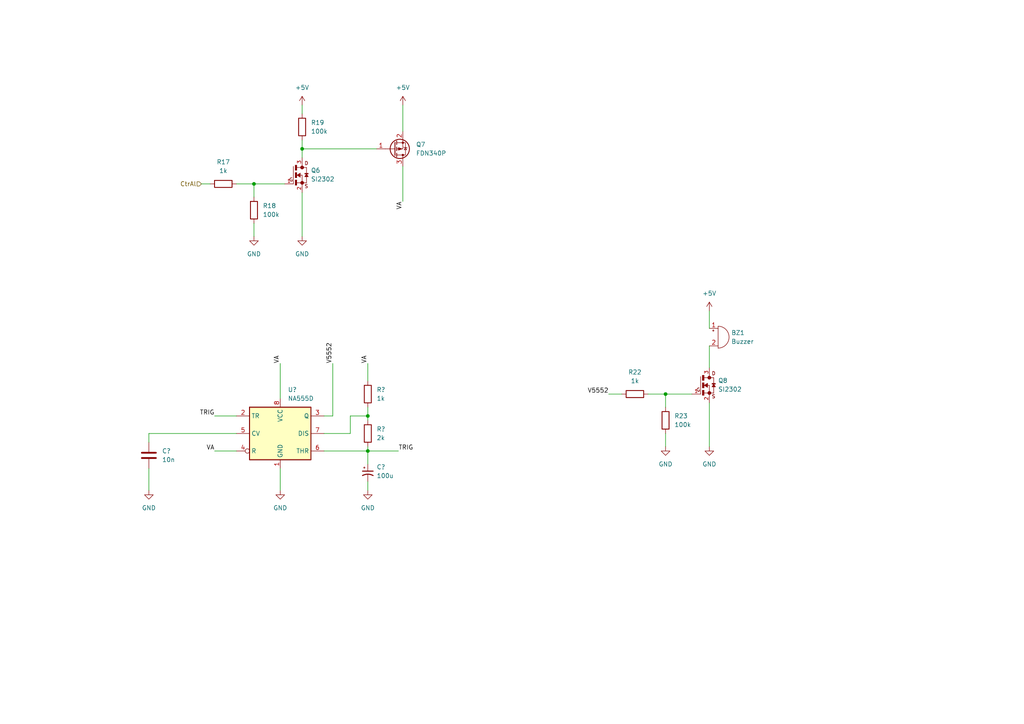
<source format=kicad_sch>
(kicad_sch (version 20230121) (generator eeschema)
  (paper "A4")
  (lib_symbols
    (symbol "Device:Buzzer" (pin_names (offset 0.0254) hide)
      (property "Reference" "BZ" (at 3.81 1.27 0))
      (property "Value" "Buzzer" (at 3.81 -1.27 0))
      (symbol "Buzzer_0_1"
        (arc (start 0 -3.175) (mid 3.1612 0) (end 0 3.175))
        (polyline (pts (xy -1.651 1.905) (xy -1.143 1.905)))
        (polyline (pts (xy -1.397 2.159) (xy -1.397 1.651)))
        (polyline (pts (xy 0 3.175) (xy 0 -3.175)))
      )
      (symbol "Buzzer_1_1"
        (pin passive line (at -2.54 2.54 0) (length 2.54) (name "-") (number "1"))
        (pin passive line (at -2.54 -2.54 0) (length 2.54) (name "+") (number "2"))
      )
    )
    (symbol "Device:C" (pin_numbers hide) (pin_names (offset 0.254))
      (property "Reference" "C" (at 0.635 2.54 0))
      (property "Value" "C" (at 0.635 -2.54 0))
      (symbol "C_0_1"
        (polyline (pts (xy -2.032 -0.762) (xy 2.032 -0.762)) (stroke (width 0.508)))
        (polyline (pts (xy -2.032 0.762) (xy 2.032 0.762)) (stroke (width 0.508)))
      )
      (symbol "C_1_1"
        (pin passive line (at 0 3.81 270) (length 2.794) (name "~") (number "1"))
        (pin passive line (at 0 -3.81 90) (length 2.794) (name "~") (number "2"))
      )
    )
    (symbol "Device:C_Polarized_Small_US" (pin_numbers hide) (pin_names (offset 0.254) hide)
      (property "Reference" "C" (at 0.254 1.778 0))
      (property "Value" "C_Polarized_Small_US" (at 0.254 -2.032 0))
      (symbol "C_Polarized_Small_US_0_1"
        (polyline (pts (xy -1.524 0.508) (xy 1.524 0.508)) (stroke (width 0.3048)))
        (polyline (pts (xy -1.27 1.524) (xy -0.762 1.524)))
        (polyline (pts (xy -1.016 1.27) (xy -1.016 1.778)))
        (arc (start 1.524 -0.762) (mid 0 -0.3734) (end -1.524 -0.762) (stroke (width 0.3048)))
      )
      (symbol "C_Polarized_Small_US_1_1"
        (pin passive line (at 0 2.54 270) (length 2.032) (name "~") (number "1"))
        (pin passive line (at 0 -2.54 90) (length 2.032) (name "~") (number "2"))
      )
    )
    (symbol "Device:R" (pin_numbers hide) (pin_names (offset 0))
      (property "Reference" "R" (at 2.032 0 90))
      (property "Value" "R" (at 0 0 90))
      (symbol "R_0_1"
        (rectangle (start -1.016 -2.54) (end 1.016 2.54) (stroke (width 0.254)))
      )
      (symbol "R_1_1"
        (pin passive line (at 0 3.81 270) (length 1.27) (name "~") (number "1"))
        (pin passive line (at 0 -3.81 90) (length 1.27) (name "~") (number "2"))
      )
    )
    (symbol "SI2302:SI2302" (pin_names (offset 1.016))
      (property "Reference" "Q" (at 2.5417 0 0))
      (property "Value" "SI2302" (at 2.5438 -2.5438 0))
      (symbol "SI2302_0_0"
        (rectangle (start -2.035 1.399) (end -1.524 2.921) (stroke (width 0.1)) (fill (type outline)))
        (rectangle (start -2.0335 -2.9232) (end -1.524 -1.397) (stroke (width 0.1)) (fill (type outline)))
        (rectangle (start -2.0336 -0.7626) (end -1.524 0.762) (stroke (width 0.1)) (fill (type outline)))
        (circle (center 0 -2.2225) (radius 0.127) (stroke (width 0.4064)))
        (polyline (pts (xy -2.54 -2.54) (xy -2.54 2.54)) (stroke (width 0.1524)))
        (polyline (pts (xy -1.5875 -2.2225) (xy 0 -2.2225)) (stroke (width 0.1524)))
        (polyline (pts (xy -1.5875 2.2225) (xy 0 2.2225)) (stroke (width 0.1524)))
        (polyline (pts (xy -0.508 0) (xy 0 0)) (stroke (width 0.1524)))
        (polyline (pts (xy 0 -2.2225) (xy 0 -2.54)) (stroke (width 0.1524)))
        (polyline (pts (xy 0 0) (xy 0 -2.2225)) (stroke (width 0.1524)))
        (polyline (pts (xy 0 2.2225) (xy 1.27 2.2225)) (stroke (width 0.1524)))
        (polyline (pts (xy 0 2.54) (xy 0 2.2225)) (stroke (width 0.1524)))
        (polyline (pts (xy 1.27 -2.2225) (xy 0 -2.2225)) (stroke (width 0.1524)))
        (polyline (pts (xy 1.27 2.2225) (xy 1.27 -2.2225)) (stroke (width 0.1524)))
        (polyline (pts (xy -1.524 0) (xy -0.508 0.635) (xy -0.508 -0.635) (xy -1.524 0)) (stroke (width 0.1016)) (fill (type outline)))
        (polyline (pts (xy 1.27 0.3175) (xy 0.762 -0.4445) (xy 1.778 -0.4445) (xy 1.27 0.3175)) (stroke (width 0.1524)) (fill (type outline)))
        (circle (center 0 2.2225) (radius 0.127) (stroke (width 0.4064)))
        (rectangle (start 0.7632 0.318) (end 1.778 0.5715) (stroke (width 0.1)) (fill (type outline)))
        (text "D" (at 0.6361 2.8623 0) (effects (font (size 1.0177 1.0177)) (justify left bottom)))
        (text "G" (at -3.813 -1.9065 0) (effects (font (size 1.0168 1.0168)) (justify left bottom)))
        (text "S" (at 0.6357 -3.8141 0) (effects (font (size 1.0171 1.0171)) (justify left bottom)))
        (pin passive line (at -5.08 -2.54 0) (length 2.54) (name "~") (number "1"))
        (pin passive line (at 0 -5.08 90) (length 2.54) (name "~") (number "2"))
        (pin passive line (at 0 5.08 270) (length 2.54) (name "~") (number "3"))
      )
    )
    (symbol "Timer:NA555D"
      (property "Reference" "U" (at -10.16 8.89 0))
      (property "Value" "NA555D" (at 2.54 8.89 0))
      (symbol "NA555D_0_0"
        (pin power_in line (at 0 -10.16 90) (length 2.54) (name "GND") (number "1"))
        (pin power_in line (at 0 10.16 270) (length 2.54) (name "VCC") (number "8"))
      )
      (symbol "NA555D_0_1"
        (rectangle (start -8.89 -7.62) (end 8.89 7.62) (stroke (width 0.254)) (fill (type background)))
        (rectangle (start -8.89 -7.62) (end 8.89 7.62) (stroke (width 0.254)) (fill (type background)))
      )
      (symbol "NA555D_1_1"
        (pin input line (at -12.7 5.08 0) (length 3.81) (name "TR") (number "2"))
        (pin output line (at 12.7 5.08 180) (length 3.81) (name "Q") (number "3"))
        (pin input inverted (at -12.7 -5.08 0) (length 3.81) (name "R") (number "4"))
        (pin input line (at -12.7 0 0) (length 3.81) (name "CV") (number "5"))
        (pin input line (at 12.7 -5.08 180) (length 3.81) (name "THR") (number "6"))
        (pin input line (at 12.7 0 180) (length 3.81) (name "DIS") (number "7"))
      )
    )
    (symbol "Transistor_FET:FDN340P" (pin_names hide)
      (property "Reference" "Q" (at 5.08 1.905 0))
      (property "Value" "FDN340P" (at 5.08 0 0))
      (symbol "FDN340P_0_1"
        (polyline (pts (xy 0.254 0) (xy -2.54 0)))
        (polyline (pts (xy 0.254 1.905) (xy 0.254 -1.905)) (stroke (width 0.254)))
        (polyline (pts (xy 0.762 -1.27) (xy 0.762 -2.286)) (stroke (width 0.254)))
        (polyline (pts (xy 0.762 0.508) (xy 0.762 -0.508)) (stroke (width 0.254)))
        (polyline (pts (xy 0.762 2.286) (xy 0.762 1.27)) (stroke (width 0.254)))
        (polyline (pts (xy 2.54 2.54) (xy 2.54 1.778)))
        (polyline (pts (xy 2.54 -2.54) (xy 2.54 0) (xy 0.762 0)))
        (polyline (pts (xy 0.762 1.778) (xy 3.302 1.778) (xy 3.302 -1.778) (xy 0.762 -1.778)))
        (polyline (pts (xy 2.286 0) (xy 1.27 0.381) (xy 1.27 -0.381) (xy 2.286 0)) (fill (type outline)))
        (polyline (pts (xy 2.794 -0.508) (xy 2.921 -0.381) (xy 3.683 -0.381) (xy 3.81 -0.254)))
        (polyline (pts (xy 3.302 -0.381) (xy 2.921 0.254) (xy 3.683 0.254) (xy 3.302 -0.381)))
        (circle (center 1.651 0) (radius 2.794) (stroke (width 0.254)))
        (circle (center 2.54 -1.778) (radius 0.254) (fill (type outline)))
        (circle (center 2.54 1.778) (radius 0.254) (fill (type outline)))
      )
      (symbol "FDN340P_1_1"
        (pin input line (at -5.08 0 0) (length 2.54) (name "G") (number "1"))
        (pin passive line (at 2.54 -5.08 90) (length 2.54) (name "S") (number "2"))
        (pin passive line (at 2.54 5.08 270) (length 2.54) (name "D") (number "3"))
      )
    )
    (symbol "power:+5V" (power) (pin_names (offset 0))
      (property "Value" "+5V" (at 0 3.556 0))
      (symbol "+5V_0_1"
        (polyline (pts (xy -0.762 1.27) (xy 0 2.54)))
        (polyline (pts (xy 0 0) (xy 0 2.54)))
        (polyline (pts (xy 0 2.54) (xy 0.762 1.27)))
      )
      (symbol "+5V_1_1"
        (pin power_in line (at 0 0 90) (length 0) hide (name "+5V") (number "1"))
      )
    )
    (symbol "power:GND" (power) (pin_names (offset 0))
      (property "Value" "GND" (at 0 -3.81 0))
      (symbol "GND_0_1"
        (polyline (pts (xy 0 0) (xy 0 -1.27) (xy 1.27 -1.27) (xy 0 -2.54) (xy -1.27 -1.27) (xy 0 -1.27)))
      )
      (symbol "GND_1_1"
        (pin power_in line (at 0 0 270) (length 0) hide (name "GND") (number "1"))
      )
    )
  )
  (junction (at 193.04 114.3))
  (junction (at 106.68 120.65))
  (junction (at 106.68 130.81))
  (junction (at 87.63 43.18))
  (junction (at 73.66 53.34))
  (wire (pts (xy 73.66 64.77) (xy 73.66 68.58)))
  (wire (pts (xy 106.68 120.65) (xy 106.68 121.92)))
  (wire (pts (xy 106.68 139.7) (xy 106.68 142.24)))
  (wire (pts (xy 101.6 125.73) (xy 101.6 120.65)))
  (wire (pts (xy 62.23 120.65) (xy 68.58 120.65)))
  (wire (pts (xy 116.84 48.26) (xy 116.84 58.42)))
  (wire (pts (xy 87.63 30.48) (xy 87.63 33.02)))
  (wire (pts (xy 93.98 125.73) (xy 101.6 125.73)))
  (wire (pts (xy 87.63 55.88) (xy 87.63 68.58)))
  (wire (pts (xy 101.6 120.65) (xy 106.68 120.65)))
  (wire (pts (xy 81.28 105.41) (xy 81.28 115.57)))
  (wire (pts (xy 43.18 125.73) (xy 43.18 128.27)))
  (wire (pts (xy 106.68 118.11) (xy 106.68 120.65)))
  (wire (pts (xy 93.98 120.65) (xy 96.52 120.65)))
  (wire (pts (xy 81.28 135.89) (xy 81.28 142.24)))
  (wire (pts (xy 68.58 125.73) (xy 43.18 125.73)))
  (wire (pts (xy 176.53 114.3) (xy 180.34 114.3)))
  (wire (pts (xy 205.74 90.17) (xy 205.74 95.25)))
  (wire (pts (xy 87.63 43.18) (xy 87.63 45.72)))
  (wire (pts (xy 193.04 118.11) (xy 193.04 114.3)))
  (wire (pts (xy 106.68 130.81) (xy 115.57 130.81)))
  (wire (pts (xy 68.58 53.34) (xy 73.66 53.34)))
  (wire (pts (xy 73.66 53.34) (xy 82.55 53.34)))
  (wire (pts (xy 73.66 57.15) (xy 73.66 53.34)))
  (wire (pts (xy 96.52 105.41) (xy 96.52 120.65)))
  (wire (pts (xy 106.68 130.81) (xy 106.68 134.62)))
  (wire (pts (xy 193.04 125.73) (xy 193.04 129.54)))
  (wire (pts (xy 106.68 105.41) (xy 106.68 110.49)))
  (wire (pts (xy 62.23 130.81) (xy 68.58 130.81)))
  (wire (pts (xy 43.18 135.89) (xy 43.18 142.24)))
  (wire (pts (xy 193.04 114.3) (xy 200.66 114.3)))
  (wire (pts (xy 87.63 40.64) (xy 87.63 43.18)))
  (wire (pts (xy 106.68 129.54) (xy 106.68 130.81)))
  (wire (pts (xy 116.84 30.48) (xy 116.84 38.1)))
  (wire (pts (xy 87.63 43.18) (xy 109.22 43.18)))
  (wire (pts (xy 58.42 53.34) (xy 60.96 53.34)))
  (wire (pts (xy 93.98 130.81) (xy 106.68 130.81)))
  (wire (pts (xy 205.74 100.33) (xy 205.74 106.68)))
  (wire (pts (xy 187.96 114.3) (xy 193.04 114.3)))
  (wire (pts (xy 205.74 116.84) (xy 205.74 129.54)))
  (label "TRIG" (at 62.23 120.65 180))
  (label "V5552" (at 176.53 114.3 180))
  (label "VA" (at 62.23 130.81 180))
  (label "VA" (at 81.28 105.41 90))
  (label "VA" (at 116.84 58.42 270))
  (label "V5552" (at 96.52 105.41 90))
  (label "TRIG" (at 115.57 130.81 0))
  (label "VA" (at 106.68 105.41 90))
  (hierarchical_label "CtrAl" (shape input) (at 58.42 53.34 180))
  (symbol (lib_id "Device:C_Polarized_Small_US") (at 106.68 137.16 0) (unit 1)
    (property "Reference" "C?" (at 109.22 135.4582 0) (effects (justify left)))
    (property "Value" "100u" (at 109.22 137.9982 0) (effects (justify left)))
    (property "Footprint" "Capacitor_SMD:CP_Elec_6.3x5.4" (effects hide))
    (instances (project "SmartBike2" (path "" (reference "C?") (unit 1)) (path "" (reference "C?") (unit 1)) (path "" (reference "C13") (unit 1))))
  )
  (symbol (lib_id "Device:R") (at 193.04 121.92 0) (unit 1)
    (property "Reference" "R23" (at 195.58 120.65 0) (effects (justify left)))
    (property "Value" "100k" (at 195.58 123.19 0) (effects (justify left)))
    (property "Footprint" "Resistor_SMD:R_0805_2012Metric_Pad1.20x1.40mm_HandSolder" (effects hide))
  )
  (symbol (lib_id "power:+5V") (at 205.74 90.17 0) (unit 1)
    (property "Reference" "#PWR034" (effects hide))
    (property "Value" "+5V" (at 205.74 85.09 0))
  )
  (symbol (lib_id "Transistor_FET:FDN340P") (at 114.3 43.18 0) (mirror x) (unit 1)
    (property "Reference" "Q7" (at 120.65 41.91 0) (effects (justify left)))
    (property "Value" "FDN340P" (at 120.65 44.45 0) (effects (justify left)))
    (property "Footprint" "Package_TO_SOT_SMD:SuperSOT-3" (effects hide))
    (property "Datasheet" "https://www.onsemi.com/pub/Collateral/FDN340P-D.PDF" (effects hide))
  )
  (symbol (lib_id "SI2302:SI2302") (at 205.74 111.76 0) (unit 1)
    (property "Reference" "Q8" (at 208.28 110.3851 0) (effects (justify left)))
    (property "Value" "SI2302" (at 208.28 112.9251 0) (effects (justify left)))
    (property "Footprint" "Package_TO_SOT_SMD:SOT-23" (effects hide))
    (property "MF" "Micro Commercial Components (MCC)" (effects hide))
    (property "Description" "\nN-Channel 20V 2.6A (Ta) 710mW (Ta) Surface Mount SOT-23-3 (TO-236)\n" (effects hide))
    (property "Package" "TO-236-3 Micro Commercial Components (MCC)" (effects hide))
    (property "Price" "None" (effects hide))
    (property "SnapEDA_Link" "https://www.snapeda.com/parts/SI2302/Micro+Commercial+Components/view-part/?ref=snap" (effects hide))
    (property "MP" "SI2302" (effects hide))
    (property "Availability" "Not in stock" (effects hide))
    (property "Check_prices" "https://www.snapeda.com/parts/SI2302/Micro+Commercial+Components/view-part/?ref=eda" (effects hide))
  )
  (symbol (lib_id "power:GND") (at 81.28 142.24 0) (unit 1)
    (property "Reference" "#PWR?" (effects hide))
    (property "Value" "GND" (at 81.28 147.32 0))
    (instances (project "SmartBike2" (path "" (reference "#PWR?") (unit 1)) (path "" (reference "#PWR?") (unit 1)) (path "" (reference "#PWR028") (unit 1))))
  )
  (symbol (lib_id "power:GND") (at 205.74 129.54 0) (unit 1)
    (property "Reference" "#PWR035" (effects hide))
    (property "Value" "GND" (at 205.74 134.62 0))
  )
  (symbol (lib_id "power:GND") (at 73.66 68.58 0) (unit 1)
    (property "Reference" "#PWR027" (effects hide))
    (property "Value" "GND" (at 73.66 73.66 0))
  )
  (symbol (lib_id "Device:C") (at 43.18 132.08 0) (unit 1)
    (property "Reference" "C?" (at 46.99 130.81 0) (effects (justify left)))
    (property "Value" "10n" (at 46.99 133.35 0) (effects (justify left)))
    (property "Footprint" "Capacitor_SMD:C_0805_2012Metric_Pad1.18x1.45mm_HandSolder" (effects hide))
    (instances (project "SmartBike2" (path "" (reference "C?") (unit 1)) (path "" (reference "C?") (unit 1)) (path "" (reference "C12") (unit 1))))
  )
  (symbol (lib_id "SI2302:SI2302") (at 87.63 50.8 0) (unit 1)
    (property "Reference" "Q6" (at 90.17 49.4251 0) (effects (justify left)))
    (property "Value" "SI2302" (at 90.17 51.9651 0) (effects (justify left)))
    (property "Footprint" "Package_TO_SOT_SMD:SOT-23" (effects hide))
    (property "MF" "Micro Commercial Components (MCC)" (effects hide))
    (property "Description" "\nN-Channel 20V 2.6A (Ta) 710mW (Ta) Surface Mount SOT-23-3 (TO-236)\n" (effects hide))
    (property "Package" "TO-236-3 Micro Commercial Components (MCC)" (effects hide))
    (property "Price" "None" (effects hide))
    (property "SnapEDA_Link" "https://www.snapeda.com/parts/SI2302/Micro+Commercial+Components/view-part/?ref=snap" (effects hide))
    (property "MP" "SI2302" (effects hide))
    (property "Availability" "Not in stock" (effects hide))
    (property "Check_prices" "https://www.snapeda.com/parts/SI2302/Micro+Commercial+Components/view-part/?ref=eda" (effects hide))
  )
  (symbol (lib_id "Device:R") (at 106.68 125.73 0) (unit 1)
    (property "Reference" "R?" (at 109.22 124.46 0) (effects (justify left)))
    (property "Value" "2k" (at 109.22 127 0) (effects (justify left)))
    (property "Footprint" "Resistor_SMD:R_0805_2012Metric_Pad1.20x1.40mm_HandSolder" (effects hide))
    (instances (project "SmartBike2" (path "" (reference "R?") (unit 1)) (path "" (reference "R?") (unit 1)) (path "" (reference "R21") (unit 1))))
  )
  (symbol (lib_id "power:GND") (at 106.68 142.24 0) (unit 1)
    (property "Reference" "#PWR?" (effects hide))
    (property "Value" "GND" (at 106.68 147.32 0))
    (instances (project "SmartBike2" (path "" (reference "#PWR?") (unit 1)) (path "" (reference "#PWR?") (unit 1)) (path "" (reference "#PWR031") (unit 1))))
  )
  (symbol (lib_id "Device:R") (at 106.68 114.3 0) (unit 1)
    (property "Reference" "R?" (at 109.22 113.03 0) (effects (justify left)))
    (property "Value" "1k" (at 109.22 115.57 0) (effects (justify left)))
    (property "Footprint" "Resistor_SMD:R_0805_2012Metric_Pad1.20x1.40mm_HandSolder" (effects hide))
    (instances (project "SmartBike2" (path "" (reference "R?") (unit 1)) (path "" (reference "R?") (unit 1)) (path "" (reference "R20") (unit 1))))
  )
  (symbol (lib_id "Device:R") (at 64.77 53.34 90) (unit 1)
    (property "Reference" "R17" (at 64.77 46.99 90))
    (property "Value" "1k" (at 64.77 49.53 90))
    (property "Footprint" "Resistor_SMD:R_0805_2012Metric_Pad1.20x1.40mm_HandSolder" (effects hide))
  )
  (symbol (lib_id "Device:R") (at 87.63 36.83 0) (unit 1)
    (property "Reference" "R19" (at 90.17 35.56 0) (effects (justify left)))
    (property "Value" "100k" (at 90.17 38.1 0) (effects (justify left)))
    (property "Footprint" "Resistor_SMD:R_0805_2012Metric_Pad1.20x1.40mm_HandSolder" (effects hide))
  )
  (symbol (lib_id "Device:R") (at 184.15 114.3 90) (unit 1)
    (property "Reference" "R22" (at 184.15 107.95 90))
    (property "Value" "1k" (at 184.15 110.49 90))
    (property "Footprint" "Resistor_SMD:R_0805_2012Metric_Pad1.20x1.40mm_HandSolder" (effects hide))
  )
  (symbol (lib_id "Timer:NA555D") (at 81.28 125.73 0) (unit 1)
    (property "Reference" "U?" (at 83.4741 113.03 0) (effects (justify left)))
    (property "Value" "NA555D" (at 83.4741 115.57 0) (effects (justify left)))
    (property "Footprint" "Package_SO:SOIC-8_3.9x4.9mm_P1.27mm" (effects hide))
    (property "Datasheet" "http://www.ti.com/lit/ds/symlink/ne555.pdf" (effects hide))
    (instances (project "SmartBike2" (path "" (reference "U?") (unit 1)) (path "" (reference "U?") (unit 1)) (path "" (reference "U5") (unit 1))))
  )
  (symbol (lib_id "power:+5V") (at 116.84 30.48 0) (unit 1)
    (property "Reference" "#PWR032" (effects hide))
    (property "Value" "+5V" (at 116.84 25.4 0))
  )
  (symbol (lib_id "power:GND") (at 43.18 142.24 0) (unit 1)
    (property "Reference" "#PWR?" (effects hide))
    (property "Value" "GND" (at 43.18 147.32 0))
    (instances (project "SmartBike2" (path "" (reference "#PWR?") (unit 1)) (path "" (reference "#PWR?") (unit 1)) (path "" (reference "#PWR026") (unit 1))))
  )
  (symbol (lib_id "power:GND") (at 193.04 129.54 0) (unit 1)
    (property "Reference" "#PWR033" (effects hide))
    (property "Value" "GND" (at 193.04 134.62 0))
  )
  (symbol (lib_id "power:+5V") (at 87.63 30.48 0) (unit 1)
    (property "Reference" "#PWR029" (effects hide))
    (property "Value" "+5V" (at 87.63 25.4 0))
  )
  (symbol (lib_id "power:GND") (at 87.63 68.58 0) (unit 1)
    (property "Reference" "#PWR030" (effects hide))
    (property "Value" "GND" (at 87.63 73.66 0))
  )
  (symbol (lib_id "Device:Buzzer") (at 208.28 97.79 0) (unit 1)
    (property "Reference" "BZ1" (at 212.09 96.52 0) (effects (justify left)))
    (property "Value" "Buzzer" (at 212.09 99.06 0) (effects (justify left)))
    (property "Footprint" "Buzzer_Beeper:Buzzer_12x9.5RM7.6" (effects hide))
  )
  (symbol (lib_id "Device:R") (at 73.66 60.96 0) (unit 1)
    (property "Reference" "R18" (at 76.2 59.69 0) (effects (justify left)))
    (property "Value" "100k" (at 76.2 62.23 0) (effects (justify left)))
    (property "Footprint" "Resistor_SMD:R_0805_2012Metric_Pad1.20x1.40mm_HandSolder" (effects hide))
  )
)
</source>
